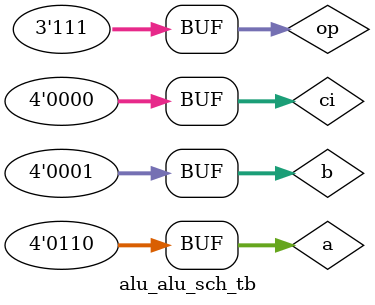
<source format=v>

`timescale 1ns / 1ps

module alu_alu_sch_tb();

// Inputs
   reg [3:0] a;
   reg [3:0] b;
   reg [3:0] ci;
   reg [2:0] op;
// Output
   wire [3:0] r;
   wire co; // I think we must have a CO for each ALU
	wire overflow;
	wire zero;
// Bidirs

// Instantiate the UUT
   alu UUT (
		.a(a),
		.b(b),
		.ci(ci),
		.op(op),
		.r(r),
		.co(co),
		.overflow(overflow),
		.zero(zero)
   );
// Initialize Inputs
  initial begin
  ci = 4'b0000;
  b = 4'b0101;
  a = 4'b0110;
  op[2:0] = 3'b001;
  // Wait 100ns for the simulator to finish initializing
  #100;
  #1;
  if ((r == 4'b0111))
    $display("okay or");
  else
    $display("fail or");
	 
  #100;
  ci[0] = 0;
  b = 4'b0101;
  a = 4'b0110;
  op[2:0] = 3'b000;
  #100;
  if ((r == 4'b0100))
		$display("okay and");
	else
		$display("fail and");  
		
  // Addition w/o overflow
  #100;
  ci[0] = 0;
  b = 4'b0010;
  a = 4'b0101;
  op[2:0] = 3'b010;
  #100;
  if ((r == 4'b0111 && overflow == 0)) // Tests addition w/o overflow
		$display("okay ADD");
	else
		$display("fail ADD");
		
  #100;
  ci[0] = 0;
  b = 4'b0110;
  a = 4'b0110;
  op[2:0] = 3'b010;
  #100;
  if ((r == 4'b1100 && overflow == 1)) // Tests addition with overflow, overflow detector should return 1.
		$display("okay ADD");
	else
		$display("fail ADD");
		
  #100;
  ci[0] = 0;
  b = 4'b0110;
  a = 4'b0110;
  op[2:0] = 4'b110;
  #100;
  if ((r == 4'b0000 && overflow == 0 && zero == 1)) // Tests substraction with overflow, overflow detector should return 0, and zero should return 1.
		$display("okay SUB");
	else
		$display("fail SUB");
		
  #100;
  ci[0] = 0;
  b = 4'b0111;
  a = 4'b0110;
  op[2:0] = 3'b110;
  #100;
  if ((r == 4'b1111 && overflow == 0)) // Tests substraction w/o overflow, overflow detector should return 0.
		$display("okay SUB");
	else
		$display("fail SUB");
		
  #100;
  ci[0] = 0;
  b = 4'b0111;
  a = 4'b0110;
  op[2:0] = 3'b111;
  #100;
  if (r == 4'b0001) // Tests less than.
		$display("okay LESS THAN");
	else
		$display("fail LESS THAN");
		
  #100;
  ci[0] = 0;
  b = 4'b0001;
  a = 4'b0110;
  op[2:0] = 3'b111;
  #100;
  if (r == 4'b0000) // Tests less than.
		$display("okay LESS THAN");
	else
		$display("fail LESS THAN");
		
end
endmodule

</source>
